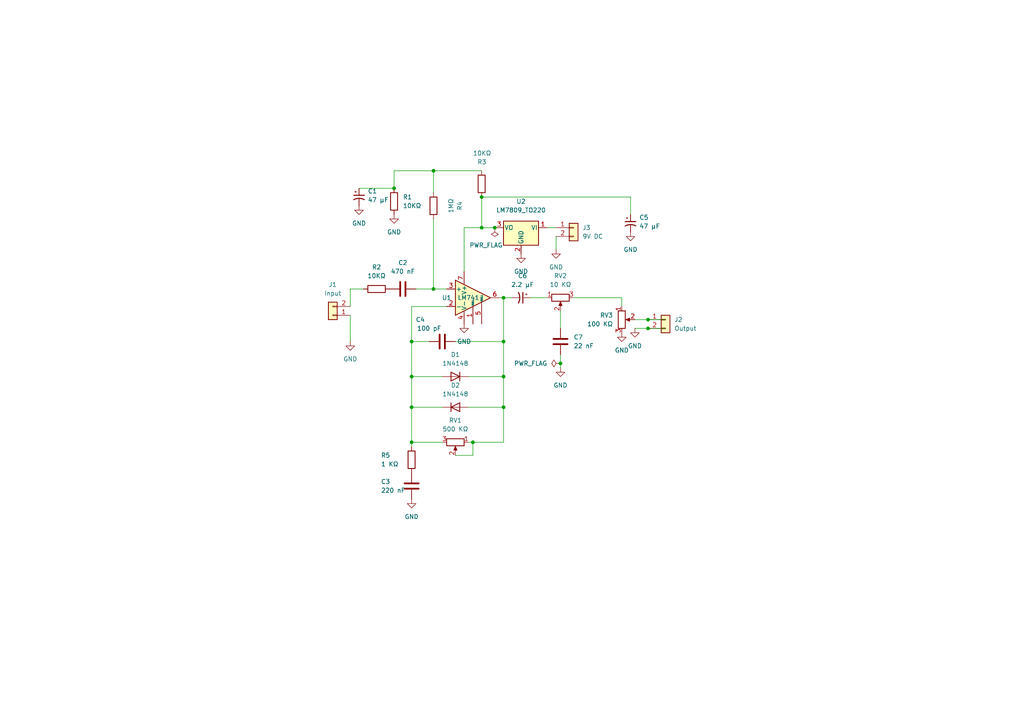
<source format=kicad_sch>
(kicad_sch (version 20211123) (generator eeschema)
  (paper "A4")
  (lib_symbols
    (symbol "Amplifier_Operational:LM741" (pin_names (offset 0.127))
      (property "Reference" "U" (at 0 6.35 0))
      (property "Value" "LM741" (at 0 3.81 0))
      (symbol "LM741_0_1"
        (polyline (pts (xy -5.08 5.08) (xy 5.08 0) (xy -5.08 -5.08) (xy -5.08 5.08)) (stroke (width 0.254)) (fill (type background)))
      )
      (symbol "LM741_1_1"
        (pin input line (at 0 -7.62 90) (length 5.08) (name "NULL") (number "1"))
        (pin input line (at -7.62 -2.54 0) (length 2.54) (name "-") (number "2"))
        (pin input line (at -7.62 2.54 0) (length 2.54) (name "+") (number "3"))
        (pin power_in line (at -2.54 -7.62 90) (length 3.81) (name "V-") (number "4"))
        (pin input line (at 2.54 -7.62 90) (length 6.35) (name "NULL") (number "5"))
        (pin output line (at 7.62 0 180) (length 2.54) (name "~") (number "6"))
        (pin power_in line (at -2.54 7.62 270) (length 3.81) (name "V+") (number "7"))
        (pin no_connect line (at 0 2.54 270) (length 2.54) hide (name "NC") (number "8"))
      )
    )
    (symbol "Connector_Generic:Conn_01x02" (pin_names (offset 1.016) hide)
      (property "Reference" "J" (at 0 2.54 0))
      (property "Value" "Conn_01x02" (at 0 -5.08 0))
      (symbol "Conn_01x02_1_1"
        (rectangle (start -1.27 -2.413) (end 0 -2.667) (stroke (width 0.1524)))
        (rectangle (start -1.27 0.127) (end 0 -0.127) (stroke (width 0.1524)))
        (rectangle (start -1.27 1.27) (end 1.27 -3.81) (stroke (width 0.254)) (fill (type background)))
        (pin passive line (at -5.08 0 0) (length 3.81) (name "Pin_1") (number "1"))
        (pin passive line (at -5.08 -2.54 0) (length 3.81) (name "Pin_2") (number "2"))
      )
    )
    (symbol "Device:C" (pin_numbers hide) (pin_names (offset 0.254))
      (property "Reference" "C" (at 0.635 2.54 0))
      (property "Value" "C" (at 0.635 -2.54 0))
      (symbol "C_0_1"
        (polyline (pts (xy -2.032 -0.762) (xy 2.032 -0.762)) (stroke (width 0.508)))
        (polyline (pts (xy -2.032 0.762) (xy 2.032 0.762)) (stroke (width 0.508)))
      )
      (symbol "C_1_1"
        (pin passive line (at 0 3.81 270) (length 2.794) (name "~") (number "1"))
        (pin passive line (at 0 -3.81 90) (length 2.794) (name "~") (number "2"))
      )
    )
    (symbol "Device:C_Polarized_Small_US" (pin_numbers hide) (pin_names (offset 0.254) hide)
      (property "Reference" "C" (at 0.254 1.778 0))
      (property "Value" "C_Polarized_Small_US" (at 0.254 -2.032 0))
      (symbol "C_Polarized_Small_US_0_1"
        (polyline (pts (xy -1.524 0.508) (xy 1.524 0.508)) (stroke (width 0.3048)))
        (polyline (pts (xy -1.27 1.524) (xy -0.762 1.524)))
        (polyline (pts (xy -1.016 1.27) (xy -1.016 1.778)))
        (arc (start 1.524 -0.762) (mid 0 -0.3734) (end -1.524 -0.762) (stroke (width 0.3048)))
      )
      (symbol "C_Polarized_Small_US_1_1"
        (pin passive line (at 0 2.54 270) (length 2.032) (name "~") (number "1"))
        (pin passive line (at 0 -2.54 90) (length 2.032) (name "~") (number "2"))
      )
    )
    (symbol "Device:D" (pin_numbers hide) (pin_names (offset 1.016) hide)
      (property "Reference" "D" (at 0 2.54 0))
      (property "Value" "D" (at 0 -2.54 0))
      (symbol "D_0_1"
        (polyline (pts (xy -1.27 1.27) (xy -1.27 -1.27)) (stroke (width 0.254)))
        (polyline (pts (xy 1.27 0) (xy -1.27 0)))
        (polyline (pts (xy 1.27 1.27) (xy 1.27 -1.27) (xy -1.27 0) (xy 1.27 1.27)) (stroke (width 0.254)))
      )
      (symbol "D_1_1"
        (pin passive line (at -3.81 0 0) (length 2.54) (name "K") (number "1"))
        (pin passive line (at 3.81 0 180) (length 2.54) (name "A") (number "2"))
      )
    )
    (symbol "Device:R" (pin_numbers hide) (pin_names (offset 0))
      (property "Reference" "R" (at 2.032 0 90))
      (property "Value" "R" (at 0 0 90))
      (symbol "R_0_1"
        (rectangle (start -1.016 -2.54) (end 1.016 2.54) (stroke (width 0.254)))
      )
      (symbol "R_1_1"
        (pin passive line (at 0 3.81 270) (length 1.27) (name "~") (number "1"))
        (pin passive line (at 0 -3.81 90) (length 1.27) (name "~") (number "2"))
      )
    )
    (symbol "Device:R_Potentiometer" (pin_names (offset 1.016) hide)
      (property "Reference" "RV" (at -4.445 0 90))
      (property "Value" "R_Potentiometer" (at -2.54 0 90))
      (symbol "R_Potentiometer_0_1"
        (polyline (pts (xy 2.54 0) (xy 1.524 0)))
        (polyline (pts (xy 1.143 0) (xy 2.286 0.508) (xy 2.286 -0.508) (xy 1.143 0)) (fill (type outline)))
        (rectangle (start 1.016 2.54) (end -1.016 -2.54) (stroke (width 0.254)))
      )
      (symbol "R_Potentiometer_1_1"
        (pin passive line (at 0 3.81 270) (length 1.27) (name "1") (number "1"))
        (pin passive line (at 3.81 0 180) (length 1.27) (name "2") (number "2"))
        (pin passive line (at 0 -3.81 90) (length 1.27) (name "3") (number "3"))
      )
    )
    (symbol "Regulator_Linear:LM7809_TO220" (pin_names (offset 0.254))
      (property "Reference" "U" (at -3.81 3.175 0))
      (property "Value" "LM7809_TO220" (at 0 3.175 0))
      (symbol "LM7809_TO220_0_1"
        (rectangle (start -5.08 1.905) (end 5.08 -5.08) (stroke (width 0.254)) (fill (type background)))
      )
      (symbol "LM7809_TO220_1_1"
        (pin power_in line (at -7.62 0 0) (length 2.54) (name "VI") (number "1"))
        (pin power_in line (at 0 -7.62 90) (length 2.54) (name "GND") (number "2"))
        (pin power_out line (at 7.62 0 180) (length 2.54) (name "VO") (number "3"))
      )
    )
    (symbol "power:GND" (power) (pin_names (offset 0))
      (property "Value" "GND" (at 0 -3.81 0))
      (symbol "GND_0_1"
        (polyline (pts (xy 0 0) (xy 0 -1.27) (xy 1.27 -1.27) (xy 0 -2.54) (xy -1.27 -1.27) (xy 0 -1.27)))
      )
      (symbol "GND_1_1"
        (pin power_in line (at 0 0 270) (length 0) hide (name "GND") (number "1"))
      )
    )
    (symbol "power:PWR_FLAG" (power) (pin_numbers hide) (pin_names (offset 0) hide)
      (property "Value" "PWR_FLAG" (at 0 3.81 0))
      (symbol "PWR_FLAG_0_0"
        (pin power_out line (at 0 0 90) (length 0) (name "pwr") (number "1"))
      )
      (symbol "PWR_FLAG_0_1"
        (polyline (pts (xy 0 0) (xy 0 1.27) (xy -1.016 1.905) (xy 0 2.54) (xy 1.016 1.905) (xy 0 1.27)))
      )
    )
  )
  (junction (at 146.05 86.36))
  (junction (at 119.38 109.22))
  (junction (at 187.96 95.25))
  (junction (at 119.38 99.06))
  (junction (at 137.16 128.27))
  (junction (at 162.56 105.41))
  (junction (at 125.73 83.82))
  (junction (at 119.38 128.27))
  (junction (at 139.7 57.15))
  (junction (at 125.73 49.53))
  (junction (at 146.05 99.06))
  (junction (at 146.05 109.22))
  (junction (at 119.38 118.11))
  (junction (at 146.05 118.11))
  (junction (at 143.51 66.04))
  (junction (at 187.96 92.71))
  (junction (at 139.7 66.04))
  (junction (at 114.3 54.61))
  (wire (pts (xy 158.75 66.04) (xy 161.29 66.04)))
  (wire (pts (xy 146.05 86.36) (xy 148.59 86.36)))
  (wire (pts (xy 125.73 49.53) (xy 139.7 49.53)))
  (wire (pts (xy 146.05 86.36) (xy 146.05 99.06)))
  (wire (pts (xy 139.7 57.15) (xy 182.88 57.15)))
  (wire (pts (xy 184.15 92.71) (xy 187.96 92.71)))
  (wire (pts (xy 119.38 128.27) (xy 128.27 128.27)))
  (wire (pts (xy 135.89 128.27) (xy 137.16 128.27)))
  (wire (pts (xy 161.29 68.58) (xy 161.29 72.39)))
  (wire (pts (xy 180.34 86.36) (xy 180.34 88.9)))
  (wire (pts (xy 158.75 86.36) (xy 153.67 86.36)))
  (wire (pts (xy 162.56 105.41) (xy 162.56 102.87)))
  (wire (pts (xy 119.38 128.27) (xy 119.38 129.54)))
  (wire (pts (xy 132.08 132.08) (xy 137.16 132.08)))
  (wire (pts (xy 146.05 118.11) (xy 146.05 128.27)))
  (wire (pts (xy 114.3 49.53) (xy 114.3 54.61)))
  (wire (pts (xy 144.78 86.36) (xy 146.05 86.36)))
  (wire (pts (xy 125.73 49.53) (xy 125.73 55.88)))
  (wire (pts (xy 104.14 54.61) (xy 114.3 54.61)))
  (wire (pts (xy 193.04 92.71) (xy 187.96 92.71)))
  (wire (pts (xy 120.65 83.82) (xy 125.73 83.82)))
  (wire (pts (xy 119.38 99.06) (xy 124.46 99.06)))
  (wire (pts (xy 135.89 109.22) (xy 146.05 109.22)))
  (wire (pts (xy 162.56 106.68) (xy 162.56 105.41)))
  (wire (pts (xy 137.16 128.27) (xy 137.16 132.08)))
  (wire (pts (xy 184.15 95.25) (xy 187.96 95.25)))
  (wire (pts (xy 119.38 118.11) (xy 128.27 118.11)))
  (wire (pts (xy 139.7 66.04) (xy 143.51 66.04)))
  (wire (pts (xy 119.38 109.22) (xy 128.27 109.22)))
  (wire (pts (xy 125.73 83.82) (xy 129.54 83.82)))
  (wire (pts (xy 101.6 83.82) (xy 105.41 83.82)))
  (wire (pts (xy 129.54 88.9) (xy 119.38 88.9)))
  (wire (pts (xy 119.38 99.06) (xy 119.38 109.22)))
  (wire (pts (xy 137.16 128.27) (xy 146.05 128.27)))
  (wire (pts (xy 119.38 109.22) (xy 119.38 118.11)))
  (wire (pts (xy 166.37 86.36) (xy 180.34 86.36)))
  (wire (pts (xy 125.73 63.5) (xy 125.73 83.82)))
  (wire (pts (xy 193.04 95.25) (xy 187.96 95.25)))
  (wire (pts (xy 101.6 88.9) (xy 101.6 83.82)))
  (wire (pts (xy 162.56 90.17) (xy 162.56 95.25)))
  (wire (pts (xy 146.05 99.06) (xy 146.05 109.22)))
  (wire (pts (xy 119.38 118.11) (xy 119.38 128.27)))
  (wire (pts (xy 119.38 88.9) (xy 119.38 99.06)))
  (wire (pts (xy 101.6 91.44) (xy 101.6 99.06)))
  (wire (pts (xy 182.88 57.15) (xy 182.88 62.23)))
  (wire (pts (xy 132.08 99.06) (xy 146.05 99.06)))
  (wire (pts (xy 134.62 66.04) (xy 139.7 66.04)))
  (wire (pts (xy 114.3 49.53) (xy 125.73 49.53)))
  (wire (pts (xy 135.89 118.11) (xy 146.05 118.11)))
  (wire (pts (xy 139.7 57.15) (xy 139.7 66.04)))
  (wire (pts (xy 146.05 109.22) (xy 146.05 118.11)))
  (wire (pts (xy 134.62 66.04) (xy 134.62 78.74)))
  (symbol (lib_id "power:GND") (at 151.13 73.66 0) (unit 1)
    (property "Reference" "#PWR02" (effects hide))
    (property "Value" "GND" (at 151.13 78.74 0))
  )
  (symbol (lib_id "Device:D") (at 132.08 109.22 180) (unit 1)
    (property "Reference" "D1" (at 132.08 102.87 0))
    (property "Value" "1N4148" (at 132.08 105.41 0))
    (property "Footprint" "Diode_THT:D_DO-41_SOD81_P10.16mm_Horizontal" (effects hide))
  )
  (symbol (lib_id "Device:R") (at 139.7 53.34 0) (unit 1)
    (property "Reference" "R3" (at 138.43 46.99 0) (effects (justify left)))
    (property "Value" "10KΩ" (at 137.16 44.45 0) (effects (justify left)))
    (property "Footprint" "Resistor_THT:R_Axial_DIN0309_L9.0mm_D3.2mm_P20.32mm_Horizontal" (effects hide))
  )
  (symbol (lib_id "Amplifier_Operational:LM741") (at 137.16 86.36 0) (unit 1)
    (property "Reference" "U1" (at 129.54 86.36 0))
    (property "Value" "LM741" (at 135.89 86.36 0))
    (property "Footprint" "Package_DIP:DIP-8_W7.62mm" (effects hide))
    (property "Datasheet" "http://www.ti.com/lit/ds/symlink/lm741.pdf" (effects hide))
  )
  (symbol (lib_id "power:GND") (at 134.62 93.98 0) (unit 1)
    (property "Reference" "#PWR01" (effects hide))
    (property "Value" "GND" (at 134.62 99.06 0))
  )
  (symbol (lib_id "power:PWR_FLAG") (at 143.51 66.04 0) (mirror x) (unit 1)
    (property "Reference" "#FLG0102" (effects hide))
    (property "Value" "PWR_FLAG" (at 140.97 71.12 0))
  )
  (symbol (lib_id "power:GND") (at 162.56 106.68 0) (unit 1)
    (property "Reference" "#PWR0107" (effects hide))
    (property "Value" "GND" (at 162.56 111.76 0))
  )
  (symbol (lib_id "Device:R_Potentiometer") (at 132.08 128.27 270) (unit 1)
    (property "Reference" "RV1" (at 132.08 121.92 90))
    (property "Value" "500 KΩ" (at 132.08 124.46 90))
    (property "Footprint" "Connector_PinSocket_2.54mm:PinSocket_1x03_P2.54mm_Vertical" (effects hide))
  )
  (symbol (lib_id "power:GND") (at 119.38 144.78 0) (unit 1)
    (property "Reference" "#PWR0106" (effects hide))
    (property "Value" "GND" (at 119.38 149.86 0))
  )
  (symbol (lib_id "power:GND") (at 180.34 96.52 0) (unit 1)
    (property "Reference" "#PWR0108" (effects hide))
    (property "Value" "GND" (at 180.34 101.6 0))
  )
  (symbol (lib_id "Connector_Generic:Conn_01x02") (at 166.37 66.04 0) (unit 1)
    (property "Reference" "J3" (at 168.91 66.0399 0) (effects (justify left)))
    (property "Value" "9V DC" (at 168.91 68.5799 0) (effects (justify left)))
    (property "Footprint" "Connector_PinHeader_2.54mm:PinHeader_1x02_P2.54mm_Vertical" (effects hide))
  )
  (symbol (lib_id "power:GND") (at 182.88 67.31 0) (unit 1)
    (property "Reference" "#PWR0105" (effects hide))
    (property "Value" "GND" (at 182.88 72.39 0))
  )
  (symbol (lib_id "Device:R") (at 119.38 133.35 0) (unit 1)
    (property "Reference" "R5" (at 110.49 132.0799 0) (effects (justify left)))
    (property "Value" "1 KΩ" (at 110.49 134.6199 0) (effects (justify left)))
    (property "Footprint" "Resistor_THT:R_Axial_DIN0309_L9.0mm_D3.2mm_P20.32mm_Horizontal" (effects hide))
  )
  (symbol (lib_id "power:GND") (at 101.6 99.06 0) (unit 1)
    (property "Reference" "#PWR0102" (effects hide))
    (property "Value" "GND" (at 101.6 104.14 0))
  )
  (symbol (lib_id "power:GND") (at 161.29 72.39 0) (unit 1)
    (property "Reference" "#PWR0104" (effects hide))
    (property "Value" "GND" (at 161.29 77.47 0))
  )
  (symbol (lib_id "Device:C") (at 119.38 140.97 0) (unit 1)
    (property "Reference" "C3" (at 110.49 139.7 0) (effects (justify left)))
    (property "Value" "220 nF" (at 110.49 142.24 0) (effects (justify left)))
    (property "Footprint" "Capacitor_THT:C_Rect_L7.0mm_W2.5mm_P5.00mm" (effects hide))
  )
  (symbol (lib_id "Device:R_Potentiometer") (at 180.34 92.71 0) (unit 1)
    (property "Reference" "RV3" (at 177.8 91.4399 0) (effects (justify right)))
    (property "Value" "100 KΩ" (at 177.8 93.9799 0) (effects (justify right)))
    (property "Footprint" "Connector_PinSocket_2.54mm:PinSocket_1x03_P2.54mm_Vertical" (effects hide))
  )
  (symbol (lib_id "Device:C") (at 128.27 99.06 270) (unit 1)
    (property "Reference" "C4" (at 121.92 92.71 90))
    (property "Value" "100 pF" (at 124.46 95.25 90))
    (property "Footprint" "Capacitor_THT:C_Rect_L7.0mm_W2.5mm_P5.00mm" (effects hide))
  )
  (symbol (lib_id "Device:C") (at 162.56 99.06 0) (unit 1)
    (property "Reference" "C7" (at 166.37 97.7899 0) (effects (justify left)))
    (property "Value" "22 nF" (at 166.37 100.3299 0) (effects (justify left)))
    (property "Footprint" "Capacitor_THT:C_Rect_L7.0mm_W2.5mm_P5.00mm" (effects hide))
  )
  (symbol (lib_id "Device:R") (at 109.22 83.82 270) (unit 1)
    (property "Reference" "R2" (at 109.22 77.47 90))
    (property "Value" "10KΩ" (at 109.22 80.01 90))
    (property "Footprint" "Resistor_THT:R_Axial_DIN0309_L9.0mm_D3.2mm_P20.32mm_Horizontal" (effects hide))
  )
  (symbol (lib_id "power:PWR_FLAG") (at 162.56 105.41 90) (unit 1)
    (property "Reference" "#FLG0101" (effects hide))
    (property "Value" "PWR_FLAG" (at 158.75 105.41 90) (effects (justify left)))
  )
  (symbol (lib_id "Device:C_Polarized_Small_US") (at 151.13 86.36 270) (unit 1)
    (property "Reference" "C6" (at 151.5618 80.01 90))
    (property "Value" "2.2 μF" (at 151.5618 82.55 90))
    (property "Footprint" "Capacitor_THT:C_Rect_L7.0mm_W2.5mm_P5.00mm" (effects hide))
  )
  (symbol (lib_id "Device:C_Polarized_Small_US") (at 104.14 57.15 0) (unit 1)
    (property "Reference" "C1" (at 106.68 55.4481 0) (effects (justify left)))
    (property "Value" "47 μF" (at 106.68 57.9881 0) (effects (justify left)))
    (property "Footprint" "Capacitor_THT:C_Rect_L7.0mm_W2.5mm_P5.00mm" (effects hide))
  )
  (symbol (lib_id "Device:R") (at 114.3 58.42 0) (unit 1)
    (property "Reference" "R1" (at 116.84 57.1499 0) (effects (justify left)))
    (property "Value" "10KΩ" (at 116.84 59.6899 0) (effects (justify left)))
    (property "Footprint" "Resistor_THT:R_Axial_DIN0309_L9.0mm_D3.2mm_P20.32mm_Horizontal" (effects hide))
  )
  (symbol (lib_id "Device:D") (at 132.08 118.11 0) (unit 1)
    (property "Reference" "D2" (at 132.08 111.76 0))
    (property "Value" "1N4148" (at 132.08 114.3 0))
    (property "Footprint" "Diode_THT:D_DO-41_SOD81_P10.16mm_Horizontal" (effects hide))
  )
  (symbol (lib_id "Device:R") (at 125.73 59.69 0) (mirror x) (unit 1)
    (property "Reference" "R4" (at 133.35 59.69 90))
    (property "Value" "1MΩ" (at 130.81 59.69 90))
    (property "Footprint" "Resistor_THT:R_Axial_DIN0309_L9.0mm_D3.2mm_P20.32mm_Horizontal" (effects hide))
  )
  (symbol (lib_id "Device:R_Potentiometer") (at 162.56 86.36 90) (mirror x) (unit 1)
    (property "Reference" "RV2" (at 162.56 80.01 90))
    (property "Value" "10 KΩ" (at 162.56 82.55 90))
    (property "Footprint" "Connector_PinSocket_2.54mm:PinSocket_1x03_P2.54mm_Vertical" (effects hide))
  )
  (symbol (lib_id "Device:C_Polarized_Small_US") (at 182.88 64.77 0) (unit 1)
    (property "Reference" "C5" (at 185.42 63.0681 0) (effects (justify left)))
    (property "Value" "47 μF" (at 185.42 65.6081 0) (effects (justify left)))
    (property "Footprint" "Capacitor_THT:C_Rect_L7.0mm_W2.5mm_P5.00mm" (effects hide))
  )
  (symbol (lib_id "Device:C") (at 116.84 83.82 270) (unit 1)
    (property "Reference" "C2" (at 116.84 76.2 90))
    (property "Value" "470 nF" (at 116.84 78.74 90))
    (property "Footprint" "Capacitor_THT:C_Rect_L7.0mm_W2.5mm_P5.00mm" (effects hide))
  )
  (symbol (lib_id "Regulator_Linear:LM7809_TO220") (at 151.13 66.04 0) (mirror y) (unit 1)
    (property "Reference" "U2" (at 151.13 58.42 0))
    (property "Value" "LM7809_TO220" (at 151.13 60.96 0))
    (property "Footprint" "Package_TO_SOT_THT:TO-220-3_Vertical" (effects hide))
    (property "Datasheet" "https://www.onsemi.cn/PowerSolutions/document/MC7800-D.PDF" (effects hide))
  )
  (symbol (lib_id "power:GND") (at 114.3 62.23 0) (unit 1)
    (property "Reference" "#PWR0103" (effects hide))
    (property "Value" "GND" (at 114.3 67.31 0))
  )
  (symbol (lib_id "Connector_Generic:Conn_01x02") (at 96.52 91.44 180) (unit 1)
    (property "Reference" "J1" (at 96.52 82.55 0))
    (property "Value" "Input" (at 96.52 85.09 0))
    (property "Footprint" "Connector_PinHeader_2.54mm:PinHeader_1x02_P2.54mm_Vertical" (effects hide))
  )
  (symbol (lib_id "power:GND") (at 184.15 95.25 0) (unit 1)
    (property "Reference" "#PWR0109" (effects hide))
    (property "Value" "GND" (at 184.15 100.33 0))
  )
  (symbol (lib_id "Connector_Generic:Conn_01x02") (at 193.04 92.71 0) (unit 1)
    (property "Reference" "J2" (at 195.58 92.7099 0) (effects (justify left)))
    (property "Value" "Output" (at 195.58 95.2499 0) (effects (justify left)))
    (property "Footprint" "Connector_PinHeader_2.54mm:PinHeader_1x02_P2.54mm_Vertical" (effects hide))
  )
  (symbol (lib_id "power:GND") (at 104.14 59.69 0) (unit 1)
    (property "Reference" "#PWR0101" (effects hide))
    (property "Value" "GND" (at 104.14 64.77 0))
  )
)
</source>
